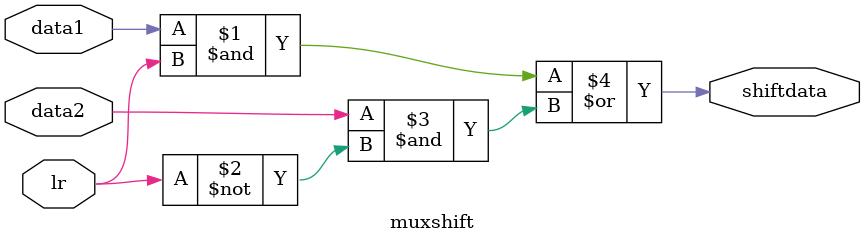
<source format=v>
`timescale 1ns / 1ps


module muxshift(
input data1, data2, lr ,
output shiftdata
    );

   assign shiftdata = data1&lr|data2&~lr;

endmodule
</source>
